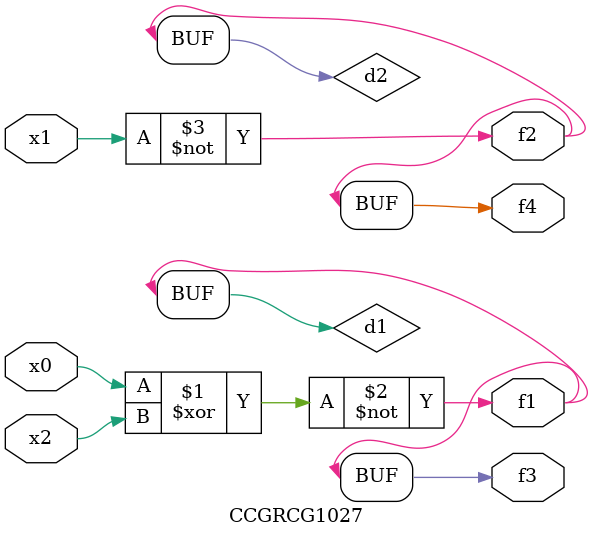
<source format=v>
module CCGRCG1027(
	input x0, x1, x2,
	output f1, f2, f3, f4
);

	wire d1, d2, d3;

	xnor (d1, x0, x2);
	nand (d2, x1);
	nor (d3, x1, x2);
	assign f1 = d1;
	assign f2 = d2;
	assign f3 = d1;
	assign f4 = d2;
endmodule

</source>
